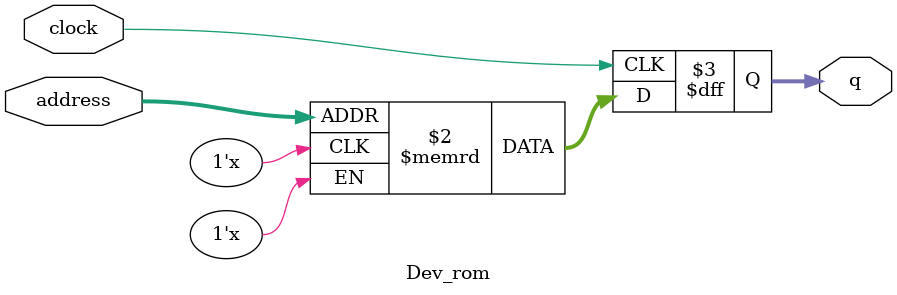
<source format=sv>
module Dev_rom (
	input logic clock,
	input logic [10:0] address,
	output logic [4:0] q
);

logic [4:0] memory [0:1599] /* synthesis ram_init_file = "./Dev/Dev.mif" */;

always_ff @ (posedge clock) begin
	q <= memory[address];
end

endmodule

</source>
